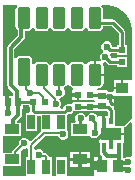
<source format=gtl>
G04*
G04 #@! TF.GenerationSoftware,Altium Limited,Altium Designer,24.4.1 (13)*
G04*
G04 Layer_Physical_Order=1*
G04 Layer_Color=255*
%FSLAX44Y44*%
%MOMM*%
G71*
G04*
G04 #@! TF.SameCoordinates,28F1A65D-C94C-4449-B5D0-91F898947E48*
G04*
G04*
G04 #@! TF.FilePolarity,Positive*
G04*
G01*
G75*
%ADD12C,0.2000*%
%ADD13C,0.1500*%
%ADD15R,1.2500X0.8500*%
%ADD16R,0.6500X1.2500*%
G04:AMPARAMS|DCode=17|XSize=2.4mm|YSize=1.1mm|CornerRadius=0.275mm|HoleSize=0mm|Usage=FLASHONLY|Rotation=90.000|XOffset=0mm|YOffset=0mm|HoleType=Round|Shape=RoundedRectangle|*
%AMROUNDEDRECTD17*
21,1,2.4000,0.5500,0,0,90.0*
21,1,1.8500,1.1000,0,0,90.0*
1,1,0.5500,0.2750,0.9250*
1,1,0.5500,0.2750,-0.9250*
1,1,0.5500,-0.2750,-0.9250*
1,1,0.5500,-0.2750,0.9250*
%
%ADD17ROUNDEDRECTD17*%
G04:AMPARAMS|DCode=18|XSize=1.9mm|YSize=1.1mm|CornerRadius=0.275mm|HoleSize=0mm|Usage=FLASHONLY|Rotation=90.000|XOffset=0mm|YOffset=0mm|HoleType=Round|Shape=RoundedRectangle|*
%AMROUNDEDRECTD18*
21,1,1.9000,0.5500,0,0,90.0*
21,1,1.3500,1.1000,0,0,90.0*
1,1,0.5500,0.2750,0.6750*
1,1,0.5500,0.2750,-0.6750*
1,1,0.5500,-0.2750,-0.6750*
1,1,0.5500,-0.2750,0.6750*
%
%ADD18ROUNDEDRECTD18*%
%ADD19R,0.6000X0.6400*%
%ADD20R,0.6000X0.5000*%
%ADD21R,1.7000X1.1000*%
%ADD22R,0.3500X0.6000*%
%ADD23R,0.6400X0.6000*%
%ADD24R,0.9000X1.0000*%
%ADD25R,1.0000X0.9000*%
%ADD26R,0.5000X0.6000*%
%ADD39C,0.2540*%
%ADD40C,0.3000*%
%ADD41C,0.6000*%
G36*
X103265Y146573D02*
X107424Y144851D01*
X111167Y142350D01*
X114350Y139167D01*
X116850Y135424D01*
X118573Y131265D01*
X119451Y126851D01*
Y124600D01*
Y83368D01*
X118000Y83250D01*
Y83250D01*
X112000D01*
Y76750D01*
X111000D01*
Y75750D01*
X104000D01*
Y74252D01*
X102500Y73249D01*
X101895Y73500D01*
X100105D01*
X99947Y73435D01*
X98700Y74268D01*
Y74900D01*
X90498D01*
X90140Y75270D01*
X90591Y76407D01*
X90750D01*
X92603Y76776D01*
X94174Y77825D01*
X95224Y79397D01*
X95593Y81250D01*
Y87000D01*
X88000D01*
Y88000D01*
X87000D01*
Y99593D01*
X85250D01*
X83397Y99224D01*
X81826Y98174D01*
X81047Y97009D01*
X79627Y96917D01*
X79366Y96988D01*
X78814Y97814D01*
X77408Y98753D01*
X75750Y99083D01*
X70250D01*
X68592Y98753D01*
X67186Y97814D01*
X66274Y96450D01*
X66020Y96408D01*
X64980D01*
X64725Y96450D01*
X63814Y97814D01*
X62408Y98753D01*
X60750Y99083D01*
X55250D01*
X53592Y98753D01*
X52186Y97814D01*
X51274Y96450D01*
X51020Y96408D01*
X49980D01*
X49725Y96450D01*
X48814Y97814D01*
X47408Y98753D01*
X45750Y99083D01*
X40250D01*
X38592Y98753D01*
X37186Y97814D01*
X36583Y96912D01*
X35083Y97367D01*
Y99750D01*
X34753Y101408D01*
X33814Y102814D01*
X32408Y103753D01*
X30750Y104083D01*
X25250D01*
X23592Y103753D01*
X22186Y102814D01*
X21559Y101875D01*
X20059Y102331D01*
Y109733D01*
X28163Y117837D01*
X28163Y117837D01*
X28826Y118829D01*
X29059Y120000D01*
X29059Y120000D01*
Y124917D01*
X30750D01*
X32408Y125247D01*
X33814Y126186D01*
X34725Y127550D01*
X34980Y127592D01*
X36021D01*
X36274Y127550D01*
X37186Y126186D01*
X38592Y125247D01*
X40250Y124917D01*
X45750D01*
X47408Y125247D01*
X48814Y126186D01*
X49725Y127550D01*
X49980Y127592D01*
X51020D01*
X51274Y127550D01*
X52186Y126186D01*
X53592Y125247D01*
X55250Y124917D01*
X60750D01*
X62408Y125247D01*
X63814Y126186D01*
X64725Y127550D01*
X64980Y127592D01*
X66020D01*
X66274Y127550D01*
X67186Y126186D01*
X68592Y125247D01*
X70250Y124917D01*
X75750D01*
X77408Y125247D01*
X78814Y126186D01*
X79725Y127550D01*
X79980Y127592D01*
X81020D01*
X81274Y127550D01*
X82186Y126186D01*
X83592Y125247D01*
X85250Y124917D01*
X90750D01*
X92408Y125247D01*
X93814Y126186D01*
X94753Y127592D01*
X95069Y129176D01*
X102115D01*
X108176Y123115D01*
Y113000D01*
X106500D01*
Y111824D01*
X102626D01*
Y112719D01*
X101940Y114373D01*
X100674Y115639D01*
X99021Y116324D01*
X97230D01*
X95576Y115639D01*
X94311Y114373D01*
X93625Y112719D01*
Y110929D01*
X94311Y109275D01*
X94943Y108643D01*
X94645Y106895D01*
X94451Y106815D01*
X93185Y105549D01*
X92500Y103895D01*
Y102105D01*
X93153Y100528D01*
X93138Y100492D01*
X92951Y100175D01*
X92213Y99302D01*
X90750Y99593D01*
X89000D01*
Y89000D01*
X95593D01*
Y94750D01*
X95224Y96603D01*
X94635Y97485D01*
X95630Y98697D01*
X96105Y98500D01*
X97506D01*
X99003Y97003D01*
X99003Y97003D01*
X99919Y96391D01*
X101000Y96176D01*
X106500D01*
Y95000D01*
X115500D01*
Y103000D01*
X106500D01*
Y101824D01*
X102170D01*
X101500Y102494D01*
Y103895D01*
X101156Y104726D01*
X101164Y104790D01*
X102148Y106176D01*
X106500D01*
Y105000D01*
X115500D01*
Y113000D01*
X113824D01*
Y124285D01*
X113824Y124285D01*
X113609Y125366D01*
X112997Y126282D01*
X105282Y133997D01*
X104366Y134609D01*
X103285Y134824D01*
X103285Y134824D01*
X95083D01*
Y142750D01*
X94753Y144408D01*
X93814Y145814D01*
X93609Y145951D01*
X94064Y147451D01*
X98851D01*
X103265Y146573D01*
D02*
G37*
G36*
X22391Y145951D02*
X22186Y145814D01*
X21247Y144408D01*
X20917Y142750D01*
Y129250D01*
X21247Y127592D01*
X22186Y126186D01*
X22941Y125681D01*
Y121267D01*
X14837Y113163D01*
X14174Y112170D01*
X13941Y111000D01*
X13941Y111000D01*
Y79132D01*
X13941Y79132D01*
X14174Y77961D01*
X14837Y76969D01*
X18873Y72933D01*
Y70200D01*
X15200D01*
Y65000D01*
X13200D01*
Y70200D01*
X10549D01*
Y147451D01*
X21936D01*
X22391Y145951D01*
D02*
G37*
G36*
X66274Y79550D02*
X67186Y78186D01*
X68592Y77247D01*
X69832Y77000D01*
X69684Y75500D01*
X69000D01*
Y72000D01*
X74000D01*
Y71000D01*
X75000D01*
Y66500D01*
X79000D01*
X80293Y67000D01*
X87812D01*
X88397Y66000D01*
X87812Y65000D01*
X79500D01*
Y65000D01*
X78500D01*
Y65000D01*
X69500D01*
Y63824D01*
X68000Y63042D01*
X66895Y63500D01*
X65105D01*
X63451Y62815D01*
X62185Y61549D01*
X61500Y59895D01*
Y59430D01*
X61164Y59094D01*
X59580D01*
X59127Y59897D01*
X58874Y60594D01*
X59500Y62105D01*
Y63895D01*
X58815Y65549D01*
X58239Y66125D01*
X58189Y67164D01*
X58895Y68500D01*
X60549Y69185D01*
X61815Y70451D01*
X62500Y72105D01*
Y73895D01*
X61815Y75549D01*
X61773Y75591D01*
X62267Y77218D01*
X62408Y77247D01*
X63814Y78186D01*
X64725Y79550D01*
X64980Y79592D01*
X66020D01*
X66274Y79550D01*
D02*
G37*
G36*
X98700Y57100D02*
X99176Y55797D01*
Y53500D01*
X96500D01*
Y48500D01*
X94500D01*
Y53500D01*
X91750D01*
Y52797D01*
X90250Y52499D01*
X89815Y53549D01*
X88549Y54815D01*
X86895Y55500D01*
X85105D01*
X83451Y54815D01*
X82185Y53549D01*
X81812Y52648D01*
X80188D01*
X79815Y53549D01*
X78549Y54815D01*
X76895Y55500D01*
X75105D01*
X73451Y54815D01*
X72185Y53549D01*
X71500Y51895D01*
Y50105D01*
X71978Y48950D01*
X71335Y47667D01*
X71100Y47450D01*
X68000D01*
Y35950D01*
X83500D01*
X83500Y35950D01*
X84893Y35692D01*
X85763Y34823D01*
X87417Y34137D01*
X89207D01*
X90000Y34466D01*
X91500Y33502D01*
Y30500D01*
X92250D01*
Y23000D01*
X92250D01*
X92653Y21667D01*
X92731Y21272D01*
X93394Y20280D01*
X94289Y19386D01*
X93714Y18000D01*
X87750D01*
Y12000D01*
X94250D01*
Y10000D01*
X87750D01*
Y4000D01*
X87750D01*
X87632Y2549D01*
X64450D01*
Y18000D01*
X54950D01*
Y2549D01*
X51750D01*
Y18000D01*
X49470D01*
Y18328D01*
X49276Y19304D01*
X48724Y20131D01*
X47514Y21341D01*
X46687Y21893D01*
X45711Y22087D01*
X44632D01*
X44315Y22853D01*
X43049Y24119D01*
X41395Y24804D01*
X39605D01*
X38349Y24284D01*
X36849Y24977D01*
Y27244D01*
X46056Y36451D01*
X56868D01*
X57489Y34951D01*
X58755Y33685D01*
X60409Y33000D01*
X62199D01*
X63853Y33685D01*
X65119Y34951D01*
X65804Y36605D01*
Y38395D01*
X65119Y40049D01*
X64450Y40718D01*
Y53148D01*
X65105Y54500D01*
X66895D01*
X68549Y55185D01*
X69815Y56451D01*
X70042Y57000D01*
X78500D01*
Y57000D01*
X79500D01*
Y57000D01*
X87841D01*
X88500Y57000D01*
Y57000D01*
X89300Y57100D01*
Y57100D01*
X98700D01*
D02*
G37*
G36*
X119451Y51451D02*
X113000Y45000D01*
X105250D01*
Y53000D01*
X104824D01*
Y58000D01*
X104824Y58000D01*
X104609Y59081D01*
X104000Y59993D01*
Y70000D01*
X119451D01*
Y51451D01*
D02*
G37*
G36*
X32000Y60500D02*
X33176D01*
Y57758D01*
X33176Y57758D01*
X33326Y57000D01*
X32744Y55929D01*
X32373Y55500D01*
X29550D01*
Y40000D01*
X39050D01*
Y53446D01*
X42250D01*
Y40000D01*
X42250Y40000D01*
X42250D01*
X41332Y38937D01*
X34153Y31758D01*
X32384Y32110D01*
X32184Y32592D01*
X30918Y33858D01*
X29264Y34543D01*
X27474D01*
X25820Y33858D01*
X24554Y32592D01*
X23869Y30938D01*
Y29148D01*
X23869Y29148D01*
X18902Y24181D01*
X18349Y23354D01*
X18155Y22378D01*
Y22050D01*
X10549D01*
Y35950D01*
X26000D01*
Y47450D01*
X22583D01*
X22276Y48950D01*
X25463Y52137D01*
X25463Y52137D01*
X26126Y53129D01*
X26359Y54300D01*
Y58708D01*
X26359Y58708D01*
X26340Y58800D01*
X27500Y60300D01*
X27500D01*
Y62176D01*
X32000D01*
Y60500D01*
D02*
G37*
G36*
X31751Y25101D02*
Y18000D01*
X29550D01*
Y2549D01*
X10549D01*
Y10550D01*
X26000D01*
Y22050D01*
X25940D01*
X25366Y23436D01*
X27474Y25543D01*
X27474Y25543D01*
X29264D01*
X30251Y25952D01*
X31751Y25101D01*
D02*
G37*
G36*
X119451Y47195D02*
Y18873D01*
X117951Y18062D01*
X116895Y18500D01*
X115105D01*
X113451Y17815D01*
X113136Y17500D01*
X111559D01*
Y23000D01*
X111750D01*
Y30500D01*
X112500D01*
Y37000D01*
X102000D01*
Y39000D01*
X112500D01*
Y43376D01*
X113000D01*
X114148Y43852D01*
X118065Y47769D01*
X119451Y47195D01*
D02*
G37*
%LPC*%
G36*
X110000Y83250D02*
X104000D01*
Y77750D01*
X110000D01*
Y83250D01*
D02*
G37*
G36*
X73000Y70000D02*
X69000D01*
Y66500D01*
X73000D01*
Y70000D01*
D02*
G37*
G36*
X84000Y22550D02*
X76750D01*
Y17300D01*
X84000D01*
Y22550D01*
D02*
G37*
G36*
X74750D02*
X67500D01*
Y17300D01*
X74750D01*
Y22550D01*
D02*
G37*
G36*
X84000Y15300D02*
X76750D01*
Y10050D01*
X84000D01*
Y15300D01*
D02*
G37*
G36*
X74750D02*
X67500D01*
Y10050D01*
X74750D01*
Y15300D01*
D02*
G37*
%LPD*%
D12*
X34300Y10250D02*
Y28300D01*
X45000Y39000D02*
X58721D01*
X34300Y28300D02*
X45000Y39000D01*
X60221Y37500D02*
X61304D01*
X58721Y39000D02*
X60221Y37500D01*
X45316Y76684D02*
X54757Y67243D01*
Y63243D02*
Y67243D01*
Y63243D02*
X55000Y63000D01*
X43000Y88000D02*
X45316Y85684D01*
Y76684D02*
Y85684D01*
X33000Y73000D02*
X41000D01*
X44629Y66371D02*
X46000Y65000D01*
X44629Y66371D02*
Y69371D01*
X41000Y73000D02*
X44629Y69371D01*
X18250Y16300D02*
X20704Y18754D01*
Y22378D01*
X46921Y10329D02*
X47000Y10250D01*
X46921Y10329D02*
Y18328D01*
X45711Y19539D02*
X46921Y18328D01*
X41265Y19539D02*
X45711D01*
X40500Y20304D02*
X41265Y19539D01*
X20704Y22378D02*
X28369Y30043D01*
X43000Y88000D02*
X43000Y88000D01*
X28000Y90500D02*
X29778Y88722D01*
Y76222D02*
X33000Y73000D01*
X29778Y76222D02*
Y88722D01*
D13*
X58000Y73000D02*
Y88000D01*
D15*
X18250Y16300D02*
D03*
X75750D02*
D03*
Y41700D02*
D03*
X18250D02*
D03*
D16*
X34300Y10250D02*
D03*
X47000D02*
D03*
X59700D02*
D03*
Y47750D02*
D03*
X47000D02*
D03*
X34300D02*
D03*
D17*
X28000Y90500D02*
D03*
D18*
X43000Y88000D02*
D03*
X58000D02*
D03*
X73000D02*
D03*
X88000D02*
D03*
Y136000D02*
D03*
X73000D02*
D03*
X58000D02*
D03*
X43000D02*
D03*
X28000D02*
D03*
D19*
X23000Y65000D02*
D03*
X14200D02*
D03*
D20*
X74000Y71000D02*
D03*
Y61000D02*
D03*
X84000D02*
D03*
Y71000D02*
D03*
X111000Y99000D02*
D03*
Y109000D02*
D03*
D21*
X102000Y38000D02*
D03*
D22*
X108500Y27500D02*
D03*
X102000D02*
D03*
X95500D02*
D03*
Y48500D02*
D03*
X102000D02*
D03*
X108500D02*
D03*
D23*
X94000Y70400D02*
D03*
Y61600D02*
D03*
D24*
X94250Y11000D02*
D03*
X107750D02*
D03*
D25*
X111000Y76750D02*
D03*
Y63250D02*
D03*
D26*
X36000Y65000D02*
D03*
X46000D02*
D03*
D39*
X101000Y69000D02*
X101205Y68795D01*
X100338Y69662D02*
X101000Y69000D01*
X106000D01*
X36000Y57758D02*
X37488Y56270D01*
X65064Y59000D02*
X66000D01*
X62334Y56270D02*
X65064Y59000D01*
X37488Y56270D02*
X62334D01*
X36000Y57758D02*
Y65000D01*
X75750Y41700D02*
Y50750D01*
X76000Y51000D01*
X24500Y65000D02*
X36000D01*
X24500Y65000D02*
X24500Y65000D01*
X94738Y69662D02*
X100338D01*
X93700Y70700D02*
X94738Y69662D01*
X84300Y70700D02*
X93700D01*
X111000Y109000D02*
Y124285D01*
X103285Y132000D02*
X111000Y124285D01*
X92000Y132000D02*
X103285D01*
X88000Y136000D02*
X92000Y132000D01*
X102000Y48500D02*
Y58000D01*
X94000Y61600D02*
X95054Y60546D01*
X99454D01*
X102000Y58000D01*
X101205Y64840D02*
X102693Y63352D01*
X110898D01*
X101205Y64840D02*
Y68795D01*
X86000Y50094D02*
Y51000D01*
X88312Y38637D02*
Y47782D01*
X86000Y50094D02*
X88312Y47782D01*
X101343Y109000D02*
X111000D01*
X98125Y111824D02*
X98519D01*
X101343Y109000D01*
X97000Y103000D02*
X101000Y99000D01*
X111000D01*
X111000Y109000D02*
X111000Y109000D01*
X84000Y71000D02*
X84300Y70700D01*
X93700Y61300D02*
X94000Y61600D01*
X84300Y61300D02*
X93700D01*
X84000Y61000D02*
X84300Y61300D01*
X74000Y61000D02*
X84000D01*
D40*
X76793Y15257D02*
X84743D01*
X18250Y41700D02*
X19000Y42450D01*
Y50000D01*
X75750Y7521D02*
Y16300D01*
X76793Y15257D01*
X75750Y7521D02*
X77000Y6271D01*
Y6000D02*
Y6271D01*
X23000Y59008D02*
Y65000D01*
Y59008D02*
X23300Y58708D01*
Y54300D02*
Y58708D01*
X19000Y50000D02*
X23300Y54300D01*
X87007Y12993D02*
X92257D01*
X84743Y15257D02*
X87007Y12993D01*
X14200Y57612D02*
Y65000D01*
Y57612D02*
X15000Y56812D01*
Y56000D02*
Y56812D01*
X14064Y65136D02*
X14200Y65000D01*
X14064Y65136D02*
Y72936D01*
X14000Y73000D02*
X14064Y72936D01*
X21932Y66069D02*
Y74200D01*
Y66069D02*
X23000Y65000D01*
X17000Y79132D02*
X21932Y74200D01*
X26000Y134000D02*
X28000Y136000D01*
X26000Y120000D02*
Y134000D01*
X17000Y111000D02*
X26000Y120000D01*
X17000Y79132D02*
Y111000D01*
X98375Y19625D02*
X108500D01*
X95557Y22443D02*
X98375Y19625D01*
X98250Y39250D02*
X99500Y38000D01*
X95500Y42000D02*
X98250Y39250D01*
X88574Y22426D02*
Y25238D01*
X88000Y25812D02*
X88574Y25238D01*
X88000Y25812D02*
X90000Y27812D01*
X88574Y22426D02*
X92257Y18743D01*
X90000Y32547D02*
X94453Y37000D01*
X92257Y12993D02*
X94250Y11000D01*
X90000Y27812D02*
Y32547D01*
X92257Y12993D02*
Y18743D01*
X91250Y9007D02*
X92257Y10015D01*
X84000Y6000D02*
X87007Y9007D01*
X91250D01*
X92257Y12993D02*
X94250Y11000D01*
X77000Y6000D02*
X84000D01*
X92257Y10015D02*
Y12993D01*
X94453Y37000D02*
X96000D01*
X97000Y38000D01*
X65000Y71000D02*
X74000D01*
X65000Y71000D02*
X65000Y71000D01*
X95500Y27500D02*
X95557Y27443D01*
Y22443D02*
Y27443D01*
X99500Y38000D02*
X102000D01*
X95500Y42000D02*
Y48500D01*
X102000Y27500D02*
Y38000D01*
X110750Y7839D02*
X114890D01*
X115729Y7000D01*
X116000D01*
X107750Y10840D02*
Y11000D01*
Y10840D02*
X110750Y7839D01*
X108500Y11750D02*
X110410Y13661D01*
X115390D02*
X115729Y14000D01*
X110410Y13661D02*
X115390D01*
X115729Y14000D02*
X116000D01*
X108500Y19625D02*
Y27500D01*
Y11750D02*
Y19625D01*
X107750Y11000D02*
X108500Y11750D01*
D41*
X50000Y32000D02*
D03*
X55000Y63000D02*
D03*
X58000Y73000D02*
D03*
X66000Y59000D02*
D03*
X15000Y56000D02*
D03*
X14000Y73000D02*
D03*
X33000D02*
D03*
X101000Y69000D02*
D03*
X40500Y20304D02*
D03*
X61304Y37500D02*
D03*
X88312Y38637D02*
D03*
X86000Y51000D02*
D03*
X98125Y111824D02*
D03*
X88000Y25812D02*
D03*
X49000Y105000D02*
D03*
X16000Y140000D02*
D03*
Y29000D02*
D03*
X24000Y6000D02*
D03*
X77000D02*
D03*
X107000Y38000D02*
D03*
X97000D02*
D03*
X81000Y113000D02*
D03*
X112000Y90000D02*
D03*
X101000D02*
D03*
X99000Y120000D02*
D03*
X104000Y139334D02*
D03*
X71000Y105000D02*
D03*
X35000Y119000D02*
D03*
X28369Y30043D02*
D03*
X65000Y71000D02*
D03*
X97000Y103000D02*
D03*
X76000Y51000D02*
D03*
X116000Y7000D02*
D03*
Y14000D02*
D03*
M02*

</source>
